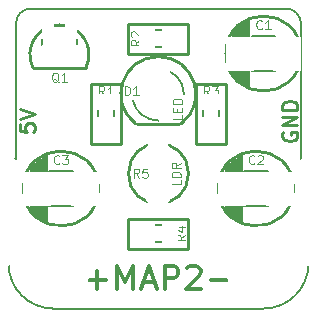
<source format=gto>
G04 #@! TF.FileFunction,Legend,Top*
%FSLAX46Y46*%
G04 Gerber Fmt 4.6, Leading zero omitted, Abs format (unit mm)*
G04 Created by KiCad (PCBNEW 4.0.2-4+6225~38~ubuntu15.04.1-stable) date Wed Mar  2 17:35:22 2016*
%MOMM*%
G01*
G04 APERTURE LIST*
%ADD10C,0.050800*%
%ADD11C,0.254000*%
%ADD12C,0.150000*%
%ADD13C,0.300000*%
%ADD14C,0.127000*%
%ADD15C,0.114300*%
%ADD16C,1.670000*%
%ADD17C,2.432000*%
%ADD18C,6.496000*%
%ADD19C,2.178000*%
%ADD20R,0.999440X1.400760*%
%ADD21C,1.600000*%
%ADD22R,1.400000X1.850000*%
%ADD23C,1.924000*%
%ADD24R,1.850000X1.400000*%
%ADD25R,2.400000X2.900000*%
G04 APERTURE END LIST*
D10*
D11*
X23241000Y14907381D02*
X23180524Y14786429D01*
X23180524Y14605000D01*
X23241000Y14423572D01*
X23361952Y14302619D01*
X23482905Y14242143D01*
X23724810Y14181667D01*
X23906238Y14181667D01*
X24148143Y14242143D01*
X24269095Y14302619D01*
X24390048Y14423572D01*
X24450524Y14605000D01*
X24450524Y14725952D01*
X24390048Y14907381D01*
X24329571Y14967857D01*
X23906238Y14967857D01*
X23906238Y14725952D01*
X24450524Y15512143D02*
X23180524Y15512143D01*
X24450524Y16237857D01*
X23180524Y16237857D01*
X24450524Y16842619D02*
X23180524Y16842619D01*
X23180524Y17145000D01*
X23241000Y17326428D01*
X23361952Y17447381D01*
X23482905Y17507857D01*
X23724810Y17568333D01*
X23906238Y17568333D01*
X24148143Y17507857D01*
X24269095Y17447381D01*
X24390048Y17326428D01*
X24450524Y17145000D01*
X24450524Y16842619D01*
D12*
X1905000Y25400000D02*
G75*
G03X635000Y24130000I0J-1270000D01*
G01*
X24765000Y24130000D02*
G75*
G03X23495000Y25400000I-1270000J0D01*
G01*
X24765000Y12700000D02*
X24765000Y24130000D01*
X25400000Y12700000D02*
X24765000Y12700000D01*
X0Y3810000D02*
X0Y12700000D01*
X635000Y12700000D02*
X635000Y24130000D01*
X0Y12700000D02*
X635000Y12700000D01*
X0Y3810000D02*
G75*
G03X3810000Y0I3810000J0D01*
G01*
X21590000Y0D02*
G75*
G03X25400000Y3810000I0J3810000D01*
G01*
D11*
X955524Y15633096D02*
X955524Y15028334D01*
X1560286Y14967858D01*
X1499810Y15028334D01*
X1439333Y15149286D01*
X1439333Y15451667D01*
X1499810Y15572620D01*
X1560286Y15633096D01*
X1681238Y15693572D01*
X1983619Y15693572D01*
X2104571Y15633096D01*
X2165048Y15572620D01*
X2225524Y15451667D01*
X2225524Y15149286D01*
X2165048Y15028334D01*
X2104571Y14967858D01*
X955524Y16056429D02*
X2225524Y16479763D01*
X955524Y16903096D01*
D13*
X6747619Y2397143D02*
X8271429Y2397143D01*
X7509524Y1635238D02*
X7509524Y3159048D01*
X9223809Y1635238D02*
X9223809Y3635238D01*
X9890476Y2206667D01*
X10557143Y3635238D01*
X10557143Y1635238D01*
X11414285Y2206667D02*
X12366666Y2206667D01*
X11223809Y1635238D02*
X11890476Y3635238D01*
X12557143Y1635238D01*
X13223809Y1635238D02*
X13223809Y3635238D01*
X13985714Y3635238D01*
X14176190Y3540000D01*
X14271429Y3444762D01*
X14366667Y3254286D01*
X14366667Y2968571D01*
X14271429Y2778095D01*
X14176190Y2682857D01*
X13985714Y2587619D01*
X13223809Y2587619D01*
X15128571Y3444762D02*
X15223809Y3540000D01*
X15414286Y3635238D01*
X15890476Y3635238D01*
X16080952Y3540000D01*
X16176190Y3444762D01*
X16271429Y3254286D01*
X16271429Y3063810D01*
X16176190Y2778095D01*
X15033333Y1635238D01*
X16271429Y1635238D01*
X17128571Y2397143D02*
X18652381Y2397143D01*
D12*
X21590000Y0D02*
X3810000Y0D01*
X25400000Y12700000D02*
X25400000Y3810000D01*
X1905000Y25400000D02*
X23495000Y25400000D01*
D11*
X15240000Y11430000D02*
G75*
G03X15240000Y11430000I-2540000J0D01*
G01*
X14478000Y15621000D02*
X10922000Y15621000D01*
X14607668Y15623003D02*
G75*
G03X10795000Y15621000I-1907668J2537997D01*
G01*
D12*
X14859000Y18161000D02*
G75*
G03X12700000Y20320000I-2159000J0D01*
G01*
X10520038Y17620371D02*
G75*
G03X12700000Y15915000I2179962J540629D01*
G01*
D11*
X6568000Y20406000D02*
X2068000Y20406000D01*
X6568000Y20406000D02*
G75*
G03X2068000Y20406000I-2250000J1100000D01*
G01*
D12*
X5818000Y22806000D02*
X5818000Y21906000D01*
X5818000Y21906000D02*
X5018000Y21906000D01*
X2818000Y22806000D02*
X2818000Y21906000D01*
X2818000Y21906000D02*
X3618000Y21906000D01*
X4018000Y23306000D02*
X4618000Y23306000D01*
D11*
X15240000Y5080000D02*
X15240000Y7620000D01*
X15240000Y7620000D02*
X10160000Y7620000D01*
X10160000Y7620000D02*
X10160000Y5080000D01*
X10160000Y5080000D02*
X15240000Y5080000D01*
D14*
X12300000Y7050000D02*
X13100000Y7050000D01*
X13100000Y5650000D02*
X12300000Y5650000D01*
D11*
X18415000Y19050000D02*
X15875000Y19050000D01*
X15875000Y19050000D02*
X15875000Y13970000D01*
X15875000Y13970000D02*
X18415000Y13970000D01*
X18415000Y13970000D02*
X18415000Y19050000D01*
D14*
X16445000Y16110000D02*
X16445000Y16910000D01*
X17845000Y16910000D02*
X17845000Y16110000D01*
D11*
X10160000Y24130000D02*
X10160000Y21590000D01*
X10160000Y21590000D02*
X15240000Y21590000D01*
X15240000Y21590000D02*
X15240000Y24130000D01*
X15240000Y24130000D02*
X10160000Y24130000D01*
D14*
X13100000Y22160000D02*
X12300000Y22160000D01*
X12300000Y23560000D02*
X13100000Y23560000D01*
D11*
X9525000Y19050000D02*
X6985000Y19050000D01*
X6985000Y19050000D02*
X6985000Y13970000D01*
X6985000Y13970000D02*
X9525000Y13970000D01*
X9525000Y13970000D02*
X9525000Y19050000D01*
D14*
X7555000Y16110000D02*
X7555000Y16910000D01*
X8955000Y16910000D02*
X8955000Y16110000D01*
D11*
X1397000Y9271000D02*
X1397000Y10922000D01*
X1651000Y8763000D02*
X1651000Y11557000D01*
X1905000Y8255000D02*
X1905000Y12065000D01*
X2159000Y8001000D02*
X2159000Y12319000D01*
X2413000Y7747000D02*
X2413000Y12573000D01*
X2667000Y7620000D02*
X2667000Y12700000D01*
X2921000Y7493000D02*
X2921000Y12954000D01*
X3175000Y7239000D02*
X3175000Y13081000D01*
X7620000Y10160000D02*
G75*
G03X7620000Y10160000I-3175000J0D01*
G01*
D12*
X3445000Y8685000D02*
X5445000Y8685000D01*
X5445000Y11635000D02*
X3445000Y11635000D01*
D11*
X17907000Y9271000D02*
X17907000Y10922000D01*
X18161000Y8763000D02*
X18161000Y11557000D01*
X18415000Y8255000D02*
X18415000Y12065000D01*
X18669000Y8001000D02*
X18669000Y12319000D01*
X18923000Y7747000D02*
X18923000Y12573000D01*
X19177000Y7620000D02*
X19177000Y12700000D01*
X19431000Y7493000D02*
X19431000Y12954000D01*
X19685000Y7239000D02*
X19685000Y13081000D01*
X24130000Y10160000D02*
G75*
G03X24130000Y10160000I-3175000J0D01*
G01*
D12*
X19955000Y8685000D02*
X21955000Y8685000D01*
X21955000Y11635000D02*
X19955000Y11635000D01*
D11*
X18542000Y20701000D02*
X18542000Y22352000D01*
X18796000Y20193000D02*
X18796000Y22987000D01*
X19050000Y19685000D02*
X19050000Y23495000D01*
X19304000Y19431000D02*
X19304000Y23749000D01*
X19558000Y19177000D02*
X19558000Y24003000D01*
X19812000Y19050000D02*
X19812000Y24130000D01*
X20066000Y18923000D02*
X20066000Y24384000D01*
X20320000Y18669000D02*
X20320000Y24511000D01*
X24765000Y21590000D02*
G75*
G03X24765000Y21590000I-3175000J0D01*
G01*
D12*
X20590000Y20115000D02*
X22590000Y20115000D01*
X22590000Y23065000D02*
X20590000Y23065000D01*
D15*
X11049000Y11085286D02*
X10795000Y11448143D01*
X10613572Y11085286D02*
X10613572Y11847286D01*
X10903857Y11847286D01*
X10976429Y11811000D01*
X11012714Y11774714D01*
X11049000Y11702143D01*
X11049000Y11593286D01*
X11012714Y11520714D01*
X10976429Y11484429D01*
X10903857Y11448143D01*
X10613572Y11448143D01*
X11738429Y11847286D02*
X11375572Y11847286D01*
X11339286Y11484429D01*
X11375572Y11520714D01*
X11448143Y11557000D01*
X11629572Y11557000D01*
X11702143Y11520714D01*
X11738429Y11484429D01*
X11774714Y11411857D01*
X11774714Y11230429D01*
X11738429Y11157857D01*
X11702143Y11121571D01*
X11629572Y11085286D01*
X11448143Y11085286D01*
X11375572Y11121571D01*
X11339286Y11157857D01*
X14568714Y10903858D02*
X14568714Y10541001D01*
X13806714Y10541001D01*
X14568714Y11157858D02*
X13806714Y11157858D01*
X13806714Y11339286D01*
X13843000Y11448143D01*
X13915571Y11520715D01*
X13988143Y11557000D01*
X14133286Y11593286D01*
X14242143Y11593286D01*
X14387286Y11557000D01*
X14459857Y11520715D01*
X14532429Y11448143D01*
X14568714Y11339286D01*
X14568714Y11157858D01*
X14568714Y12355286D02*
X14205857Y12101286D01*
X14568714Y11919858D02*
X13806714Y11919858D01*
X13806714Y12210143D01*
X13843000Y12282715D01*
X13879286Y12319000D01*
X13951857Y12355286D01*
X14060714Y12355286D01*
X14133286Y12319000D01*
X14169571Y12282715D01*
X14205857Y12210143D01*
X14205857Y11919858D01*
X9851572Y18070286D02*
X9851572Y18832286D01*
X10033000Y18832286D01*
X10141857Y18796000D01*
X10214429Y18723429D01*
X10250714Y18650857D01*
X10287000Y18505714D01*
X10287000Y18396857D01*
X10250714Y18251714D01*
X10214429Y18179143D01*
X10141857Y18106571D01*
X10033000Y18070286D01*
X9851572Y18070286D01*
X11012714Y18070286D02*
X10577286Y18070286D01*
X10795000Y18070286D02*
X10795000Y18832286D01*
X10722429Y18723429D01*
X10649857Y18650857D01*
X10577286Y18614571D01*
X14695714Y16401143D02*
X14695714Y16038286D01*
X13933714Y16038286D01*
X14296571Y16655143D02*
X14296571Y16909143D01*
X14695714Y17018000D02*
X14695714Y16655143D01*
X13933714Y16655143D01*
X13933714Y17018000D01*
X14695714Y17344572D02*
X13933714Y17344572D01*
X13933714Y17526000D01*
X13970000Y17634857D01*
X14042571Y17707429D01*
X14115143Y17743714D01*
X14260286Y17780000D01*
X14369143Y17780000D01*
X14514286Y17743714D01*
X14586857Y17707429D01*
X14659429Y17634857D01*
X14695714Y17526000D01*
X14695714Y17344572D01*
X4245429Y19140714D02*
X4172857Y19177000D01*
X4100286Y19249571D01*
X3991429Y19358429D01*
X3918857Y19394714D01*
X3846286Y19394714D01*
X3882571Y19213286D02*
X3810000Y19249571D01*
X3737429Y19322143D01*
X3701143Y19467286D01*
X3701143Y19721286D01*
X3737429Y19866429D01*
X3810000Y19939000D01*
X3882571Y19975286D01*
X4027714Y19975286D01*
X4100286Y19939000D01*
X4172857Y19866429D01*
X4209143Y19721286D01*
X4209143Y19467286D01*
X4172857Y19322143D01*
X4100286Y19249571D01*
X4027714Y19213286D01*
X3882571Y19213286D01*
X4934857Y19213286D02*
X4499429Y19213286D01*
X4717143Y19213286D02*
X4717143Y19975286D01*
X4644572Y19866429D01*
X4572000Y19793857D01*
X4499429Y19757571D01*
X14949714Y6223000D02*
X14586857Y5969000D01*
X14949714Y5787572D02*
X14187714Y5787572D01*
X14187714Y6077857D01*
X14224000Y6150429D01*
X14260286Y6186714D01*
X14332857Y6223000D01*
X14441714Y6223000D01*
X14514286Y6186714D01*
X14550571Y6150429D01*
X14586857Y6077857D01*
X14586857Y5787572D01*
X14441714Y6876143D02*
X14949714Y6876143D01*
X14151429Y6694714D02*
X14695714Y6513286D01*
X14695714Y6985000D01*
X17018000Y18070286D02*
X16764000Y18433143D01*
X16582572Y18070286D02*
X16582572Y18832286D01*
X16872857Y18832286D01*
X16945429Y18796000D01*
X16981714Y18759714D01*
X17018000Y18687143D01*
X17018000Y18578286D01*
X16981714Y18505714D01*
X16945429Y18469429D01*
X16872857Y18433143D01*
X16582572Y18433143D01*
X17272000Y18832286D02*
X17743714Y18832286D01*
X17489714Y18542000D01*
X17598572Y18542000D01*
X17671143Y18505714D01*
X17707429Y18469429D01*
X17743714Y18396857D01*
X17743714Y18215429D01*
X17707429Y18142857D01*
X17671143Y18106571D01*
X17598572Y18070286D01*
X17380857Y18070286D01*
X17308286Y18106571D01*
X17272000Y18142857D01*
X11139714Y22733000D02*
X10776857Y22479000D01*
X11139714Y22297572D02*
X10377714Y22297572D01*
X10377714Y22587857D01*
X10414000Y22660429D01*
X10450286Y22696714D01*
X10522857Y22733000D01*
X10631714Y22733000D01*
X10704286Y22696714D01*
X10740571Y22660429D01*
X10776857Y22587857D01*
X10776857Y22297572D01*
X10450286Y23023286D02*
X10414000Y23059572D01*
X10377714Y23132143D01*
X10377714Y23313572D01*
X10414000Y23386143D01*
X10450286Y23422429D01*
X10522857Y23458714D01*
X10595429Y23458714D01*
X10704286Y23422429D01*
X11139714Y22987000D01*
X11139714Y23458714D01*
X8128000Y18070286D02*
X7874000Y18433143D01*
X7692572Y18070286D02*
X7692572Y18832286D01*
X7982857Y18832286D01*
X8055429Y18796000D01*
X8091714Y18759714D01*
X8128000Y18687143D01*
X8128000Y18578286D01*
X8091714Y18505714D01*
X8055429Y18469429D01*
X7982857Y18433143D01*
X7692572Y18433143D01*
X8853714Y18070286D02*
X8418286Y18070286D01*
X8636000Y18070286D02*
X8636000Y18832286D01*
X8563429Y18723429D01*
X8490857Y18650857D01*
X8418286Y18614571D01*
X4318000Y12300857D02*
X4281714Y12264571D01*
X4172857Y12228286D01*
X4100286Y12228286D01*
X3991429Y12264571D01*
X3918857Y12337143D01*
X3882572Y12409714D01*
X3846286Y12554857D01*
X3846286Y12663714D01*
X3882572Y12808857D01*
X3918857Y12881429D01*
X3991429Y12954000D01*
X4100286Y12990286D01*
X4172857Y12990286D01*
X4281714Y12954000D01*
X4318000Y12917714D01*
X4572000Y12990286D02*
X5043714Y12990286D01*
X4789714Y12700000D01*
X4898572Y12700000D01*
X4971143Y12663714D01*
X5007429Y12627429D01*
X5043714Y12554857D01*
X5043714Y12373429D01*
X5007429Y12300857D01*
X4971143Y12264571D01*
X4898572Y12228286D01*
X4680857Y12228286D01*
X4608286Y12264571D01*
X4572000Y12300857D01*
X20828000Y12300857D02*
X20791714Y12264571D01*
X20682857Y12228286D01*
X20610286Y12228286D01*
X20501429Y12264571D01*
X20428857Y12337143D01*
X20392572Y12409714D01*
X20356286Y12554857D01*
X20356286Y12663714D01*
X20392572Y12808857D01*
X20428857Y12881429D01*
X20501429Y12954000D01*
X20610286Y12990286D01*
X20682857Y12990286D01*
X20791714Y12954000D01*
X20828000Y12917714D01*
X21118286Y12917714D02*
X21154572Y12954000D01*
X21227143Y12990286D01*
X21408572Y12990286D01*
X21481143Y12954000D01*
X21517429Y12917714D01*
X21553714Y12845143D01*
X21553714Y12772571D01*
X21517429Y12663714D01*
X21082000Y12228286D01*
X21553714Y12228286D01*
X21463000Y23730857D02*
X21426714Y23694571D01*
X21317857Y23658286D01*
X21245286Y23658286D01*
X21136429Y23694571D01*
X21063857Y23767143D01*
X21027572Y23839714D01*
X20991286Y23984857D01*
X20991286Y24093714D01*
X21027572Y24238857D01*
X21063857Y24311429D01*
X21136429Y24384000D01*
X21245286Y24420286D01*
X21317857Y24420286D01*
X21426714Y24384000D01*
X21463000Y24347714D01*
X22188714Y23658286D02*
X21753286Y23658286D01*
X21971000Y23658286D02*
X21971000Y24420286D01*
X21898429Y24311429D01*
X21825857Y24238857D01*
X21753286Y24202571D01*
%LPC*%
D16*
X0Y4445000D03*
X0Y5715000D03*
X0Y6985000D03*
X0Y8255000D03*
X0Y9525000D03*
X0Y10795000D03*
X25400000Y4445000D03*
X25400000Y5715000D03*
X25400000Y6985000D03*
X25400000Y8255000D03*
X25400000Y9525000D03*
X25400000Y10795000D03*
D17*
X3810000Y17145000D03*
X3810000Y14605000D03*
X21590000Y17145000D03*
X21590000Y14605000D03*
D18*
X21590000Y3810000D03*
X3810000Y3810000D03*
D19*
X12700000Y13208000D03*
X12700000Y9652000D03*
X12700000Y19685000D03*
X12700000Y17145000D03*
D16*
X25400000Y12065000D03*
X0Y12065000D03*
D20*
X5270500Y23662640D03*
X4318000Y21549360D03*
X3365500Y23662640D03*
D21*
X4328000Y22816000D03*
X5598000Y21546000D03*
X3058000Y21546000D03*
D22*
X11750000Y6350000D03*
X13650000Y6350000D03*
D23*
X8636000Y6350000D03*
X16764000Y6350000D03*
D24*
X17145000Y15560000D03*
X17145000Y17460000D03*
D23*
X17145000Y12446000D03*
X17145000Y20574000D03*
D22*
X13650000Y22860000D03*
X11750000Y22860000D03*
D23*
X16764000Y22860000D03*
X8636000Y22860000D03*
D24*
X8255000Y15560000D03*
X8255000Y17460000D03*
D23*
X8255000Y12446000D03*
X8255000Y20574000D03*
D25*
X6445000Y10160000D03*
X2445000Y10160000D03*
D19*
X5745000Y10160000D03*
X3145000Y10160000D03*
D25*
X22955000Y10160000D03*
X18955000Y10160000D03*
D19*
X22255000Y10160000D03*
X19655000Y10160000D03*
D25*
X23590000Y21590000D03*
X19590000Y21590000D03*
D19*
X22890000Y21590000D03*
X20290000Y21590000D03*
M02*

</source>
